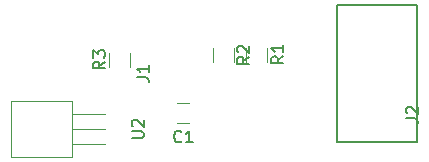
<source format=gbr>
G04 #@! TF.GenerationSoftware,KiCad,Pcbnew,(5.1.2)-2*
G04 #@! TF.CreationDate,2019-11-18T12:10:18+11:00*
G04 #@! TF.ProjectId,BoSL Probe,426f534c-2050-4726-9f62-652e6b696361,rev?*
G04 #@! TF.SameCoordinates,Original*
G04 #@! TF.FileFunction,Legend,Top*
G04 #@! TF.FilePolarity,Positive*
%FSLAX46Y46*%
G04 Gerber Fmt 4.6, Leading zero omitted, Abs format (unit mm)*
G04 Created by KiCad (PCBNEW (5.1.2)-2) date 2019-11-18 12:10:18*
%MOMM*%
%LPD*%
G04 APERTURE LIST*
%ADD10C,0.120000*%
%ADD11C,0.150000*%
G04 APERTURE END LIST*
D10*
X108050000Y-104250000D02*
X109050000Y-104250000D01*
X109050000Y-102550000D02*
X108050000Y-102550000D01*
X113920000Y-99050000D02*
X113920000Y-97850000D01*
X115680000Y-97850000D02*
X115680000Y-99050000D01*
X111120000Y-99050000D02*
X111120000Y-97850000D01*
X112880000Y-97850000D02*
X112880000Y-99050000D01*
X102320000Y-99450000D02*
X102320000Y-98250000D01*
X104080000Y-98250000D02*
X104080000Y-99450000D01*
X94000000Y-107130000D02*
X99190000Y-107130000D01*
X94000000Y-102330000D02*
X94000000Y-107130000D01*
X99190000Y-102330000D02*
X94000000Y-102330000D01*
X99190000Y-107130000D02*
X99190000Y-102330000D01*
X101980000Y-103460000D02*
X99190000Y-103460000D01*
X101980000Y-104730000D02*
X99190000Y-104730000D01*
X101980000Y-106000000D02*
X99190000Y-106000000D01*
D11*
X125000000Y-105800000D02*
X128400000Y-105800000D01*
X128400000Y-105800000D02*
X128400000Y-94200000D01*
X128400000Y-94200000D02*
X121600000Y-94200000D01*
X121600000Y-94200000D02*
X121600000Y-105800000D01*
X121600000Y-105800000D02*
X125000000Y-105800000D01*
X108433333Y-105757142D02*
X108385714Y-105804761D01*
X108242857Y-105852380D01*
X108147619Y-105852380D01*
X108004761Y-105804761D01*
X107909523Y-105709523D01*
X107861904Y-105614285D01*
X107814285Y-105423809D01*
X107814285Y-105280952D01*
X107861904Y-105090476D01*
X107909523Y-104995238D01*
X108004761Y-104900000D01*
X108147619Y-104852380D01*
X108242857Y-104852380D01*
X108385714Y-104900000D01*
X108433333Y-104947619D01*
X109385714Y-105852380D02*
X108814285Y-105852380D01*
X109100000Y-105852380D02*
X109100000Y-104852380D01*
X109004761Y-104995238D01*
X108909523Y-105090476D01*
X108814285Y-105138095D01*
X104652380Y-100333333D02*
X105366666Y-100333333D01*
X105509523Y-100380952D01*
X105604761Y-100476190D01*
X105652380Y-100619047D01*
X105652380Y-100714285D01*
X105652380Y-99333333D02*
X105652380Y-99904761D01*
X105652380Y-99619047D02*
X104652380Y-99619047D01*
X104795238Y-99714285D01*
X104890476Y-99809523D01*
X104938095Y-99904761D01*
X117052380Y-98566666D02*
X116576190Y-98900000D01*
X117052380Y-99138095D02*
X116052380Y-99138095D01*
X116052380Y-98757142D01*
X116100000Y-98661904D01*
X116147619Y-98614285D01*
X116242857Y-98566666D01*
X116385714Y-98566666D01*
X116480952Y-98614285D01*
X116528571Y-98661904D01*
X116576190Y-98757142D01*
X116576190Y-99138095D01*
X117052380Y-97614285D02*
X117052380Y-98185714D01*
X117052380Y-97900000D02*
X116052380Y-97900000D01*
X116195238Y-97995238D01*
X116290476Y-98090476D01*
X116338095Y-98185714D01*
X114152380Y-98616666D02*
X113676190Y-98950000D01*
X114152380Y-99188095D02*
X113152380Y-99188095D01*
X113152380Y-98807142D01*
X113200000Y-98711904D01*
X113247619Y-98664285D01*
X113342857Y-98616666D01*
X113485714Y-98616666D01*
X113580952Y-98664285D01*
X113628571Y-98711904D01*
X113676190Y-98807142D01*
X113676190Y-99188095D01*
X113247619Y-98235714D02*
X113200000Y-98188095D01*
X113152380Y-98092857D01*
X113152380Y-97854761D01*
X113200000Y-97759523D01*
X113247619Y-97711904D01*
X113342857Y-97664285D01*
X113438095Y-97664285D01*
X113580952Y-97711904D01*
X114152380Y-98283333D01*
X114152380Y-97664285D01*
X101952380Y-99016666D02*
X101476190Y-99350000D01*
X101952380Y-99588095D02*
X100952380Y-99588095D01*
X100952380Y-99207142D01*
X101000000Y-99111904D01*
X101047619Y-99064285D01*
X101142857Y-99016666D01*
X101285714Y-99016666D01*
X101380952Y-99064285D01*
X101428571Y-99111904D01*
X101476190Y-99207142D01*
X101476190Y-99588095D01*
X100952380Y-98683333D02*
X100952380Y-98064285D01*
X101333333Y-98397619D01*
X101333333Y-98254761D01*
X101380952Y-98159523D01*
X101428571Y-98111904D01*
X101523809Y-98064285D01*
X101761904Y-98064285D01*
X101857142Y-98111904D01*
X101904761Y-98159523D01*
X101952380Y-98254761D01*
X101952380Y-98540476D01*
X101904761Y-98635714D01*
X101857142Y-98683333D01*
X104232380Y-105491904D02*
X105041904Y-105491904D01*
X105137142Y-105444285D01*
X105184761Y-105396666D01*
X105232380Y-105301428D01*
X105232380Y-105110952D01*
X105184761Y-105015714D01*
X105137142Y-104968095D01*
X105041904Y-104920476D01*
X104232380Y-104920476D01*
X104327619Y-104491904D02*
X104280000Y-104444285D01*
X104232380Y-104349047D01*
X104232380Y-104110952D01*
X104280000Y-104015714D01*
X104327619Y-103968095D01*
X104422857Y-103920476D01*
X104518095Y-103920476D01*
X104660952Y-103968095D01*
X105232380Y-104539523D01*
X105232380Y-103920476D01*
X127452380Y-103833333D02*
X128166666Y-103833333D01*
X128309523Y-103880952D01*
X128404761Y-103976190D01*
X128452380Y-104119047D01*
X128452380Y-104214285D01*
X127547619Y-103404761D02*
X127500000Y-103357142D01*
X127452380Y-103261904D01*
X127452380Y-103023809D01*
X127500000Y-102928571D01*
X127547619Y-102880952D01*
X127642857Y-102833333D01*
X127738095Y-102833333D01*
X127880952Y-102880952D01*
X128452380Y-103452380D01*
X128452380Y-102833333D01*
M02*

</source>
